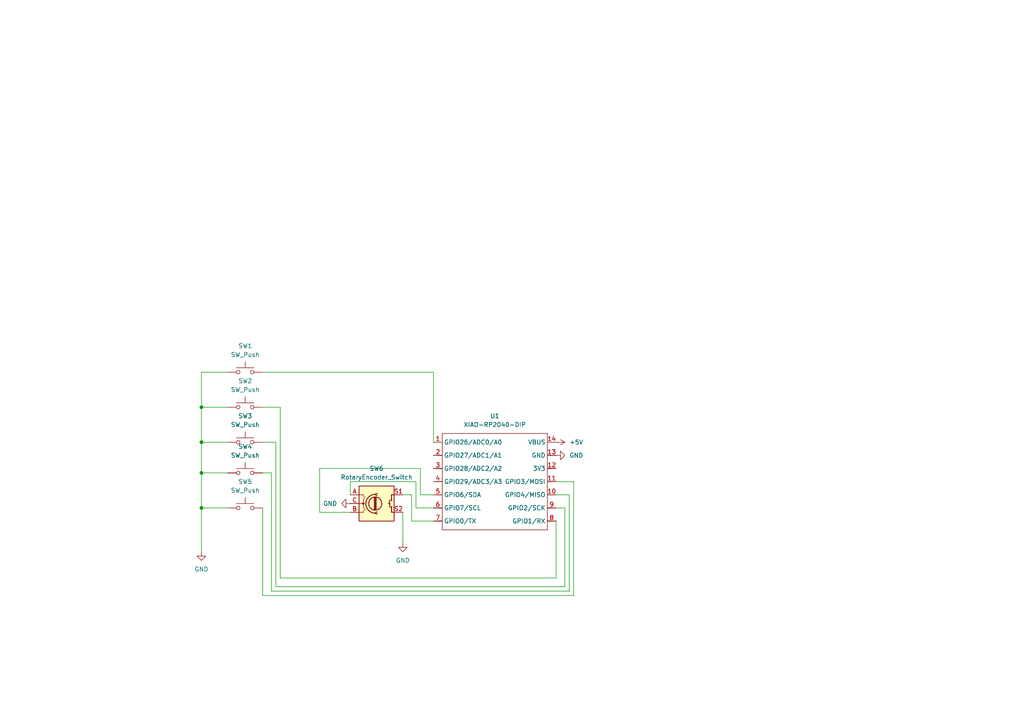
<source format=kicad_sch>
(kicad_sch (version 20231120) (generator "eeschema") (generator_version "8.0")
  (paper "A4")
  (lib_symbols
    (symbol "Device:RotaryEncoder_Switch" (pin_names (offset 0.254) hide)
      (property "Reference" "SW" (at 0 6.604 0))
      (property "Value" "RotaryEncoder_Switch" (at 0 -6.604 0))
      (symbol "RotaryEncoder_Switch_0_1"
        (rectangle (start -5.08 5.08) (end 5.08 -5.08) (stroke (width 0.254)) (fill (type background)))
        (circle (center -3.81 0) (radius 0.254) (fill (type outline)))
        (circle (center -0.381 0) (radius 1.905) (stroke (width 0.254)))
        (arc (start -0.381 2.667) (mid -3.0988 -0.0635) (end -0.381 -2.794) (stroke (width 0.254)))
        (polyline (pts (xy -0.635 -1.778) (xy -0.635 1.778)) (stroke (width 0.254)))
        (polyline (pts (xy -0.381 -1.778) (xy -0.381 1.778)) (stroke (width 0.254)))
        (polyline (pts (xy -0.127 1.778) (xy -0.127 -1.778)) (stroke (width 0.254)))
        (polyline (pts (xy 3.81 0) (xy 3.429 0)) (stroke (width 0.254)))
        (polyline (pts (xy 3.81 1.016) (xy 3.81 -1.016)) (stroke (width 0.254)))
        (polyline (pts (xy -5.08 -2.54) (xy -3.81 -2.54) (xy -3.81 -2.032)))
        (polyline (pts (xy -5.08 2.54) (xy -3.81 2.54) (xy -3.81 2.032)))
        (polyline (pts (xy 0.254 -3.048) (xy -0.508 -2.794) (xy 0.127 -2.413)) (stroke (width 0.254)))
        (polyline (pts (xy 0.254 2.921) (xy -0.508 2.667) (xy 0.127 2.286)) (stroke (width 0.254)))
        (polyline (pts (xy 5.08 -2.54) (xy 4.318 -2.54) (xy 4.318 -1.016)) (stroke (width 0.254)))
        (polyline (pts (xy 5.08 2.54) (xy 4.318 2.54) (xy 4.318 1.016)) (stroke (width 0.254)))
        (polyline (pts (xy -5.08 0) (xy -3.81 0) (xy -3.81 -1.016) (xy -3.302 -2.032)))
        (polyline (pts (xy -4.318 0) (xy -3.81 0) (xy -3.81 1.016) (xy -3.302 2.032)))
        (circle (center 4.318 -1.016) (radius 0.127) (stroke (width 0.254)))
        (circle (center 4.318 1.016) (radius 0.127) (stroke (width 0.254)))
      )
      (symbol "RotaryEncoder_Switch_1_1"
        (pin passive line (at -7.62 2.54 0) (length 2.54) (name "A") (number "A"))
        (pin passive line (at -7.62 -2.54 0) (length 2.54) (name "B") (number "B"))
        (pin passive line (at -7.62 0 0) (length 2.54) (name "C") (number "C"))
        (pin passive line (at 7.62 2.54 180) (length 2.54) (name "S1") (number "S1"))
        (pin passive line (at 7.62 -2.54 180) (length 2.54) (name "S2") (number "S2"))
      )
    )
    (symbol "OPL:XIAO-RP2040-DIP"
      (property "Reference" "U" (at 0 0 0))
      (property "Value" "XIAO-RP2040-DIP" (at 5.334 -1.778 0))
      (symbol "XIAO-RP2040-DIP_1_0"
        (polyline (pts (xy -1.27 -30.48) (xy -1.27 -16.51)) (stroke (width 0.1524)))
        (polyline (pts (xy -1.27 -27.94) (xy -2.54 -27.94)) (stroke (width 0.1524)))
        (polyline (pts (xy -1.27 -24.13) (xy -2.54 -24.13)) (stroke (width 0.1524)))
        (polyline (pts (xy -1.27 -20.32) (xy -2.54 -20.32)) (stroke (width 0.1524)))
        (polyline (pts (xy -1.27 -16.51) (xy -2.54 -16.51)) (stroke (width 0.1524)))
        (polyline (pts (xy -1.27 -16.51) (xy -1.27 -12.7)) (stroke (width 0.1524)))
        (polyline (pts (xy -1.27 -12.7) (xy -2.54 -12.7)) (stroke (width 0.1524)))
        (polyline (pts (xy -1.27 -12.7) (xy -1.27 -8.89)) (stroke (width 0.1524)))
        (polyline (pts (xy -1.27 -8.89) (xy -2.54 -8.89)) (stroke (width 0.1524)))
        (polyline (pts (xy -1.27 -8.89) (xy -1.27 -5.08)) (stroke (width 0.1524)))
        (polyline (pts (xy -1.27 -5.08) (xy -2.54 -5.08)) (stroke (width 0.1524)))
        (polyline (pts (xy -1.27 -5.08) (xy -1.27 -2.54)) (stroke (width 0.1524)))
        (polyline (pts (xy -1.27 -2.54) (xy 29.21 -2.54)) (stroke (width 0.1524)))
        (polyline (pts (xy 29.21 -30.48) (xy -1.27 -30.48)) (stroke (width 0.1524)))
        (polyline (pts (xy 29.21 -12.7) (xy 29.21 -30.48)) (stroke (width 0.1524)))
        (polyline (pts (xy 29.21 -8.89) (xy 29.21 -12.7)) (stroke (width 0.1524)))
        (polyline (pts (xy 29.21 -5.08) (xy 29.21 -8.89)) (stroke (width 0.1524)))
        (polyline (pts (xy 29.21 -2.54) (xy 29.21 -5.08)) (stroke (width 0.1524)))
        (polyline (pts (xy 30.48 -27.94) (xy 29.21 -27.94)) (stroke (width 0.1524)))
        (polyline (pts (xy 30.48 -24.13) (xy 29.21 -24.13)) (stroke (width 0.1524)))
        (polyline (pts (xy 30.48 -20.32) (xy 29.21 -20.32)) (stroke (width 0.1524)))
        (polyline (pts (xy 30.48 -16.51) (xy 29.21 -16.51)) (stroke (width 0.1524)))
        (polyline (pts (xy 30.48 -12.7) (xy 29.21 -12.7)) (stroke (width 0.1524)))
        (polyline (pts (xy 30.48 -8.89) (xy 29.21 -8.89)) (stroke (width 0.1524)))
        (polyline (pts (xy 30.48 -5.08) (xy 29.21 -5.08)) (stroke (width 0.1524)))
        (pin passive line (at -3.81 -5.08 0) (length 2.54) (name "GPIO26/ADC0/A0") (number "1"))
        (pin passive line (at 31.75 -20.32 180) (length 2.54) (name "GPIO4/MISO") (number "10"))
        (pin passive line (at 31.75 -16.51 180) (length 2.54) (name "GPIO3/MOSI") (number "11"))
        (pin passive line (at 31.75 -12.7 180) (length 2.54) (name "3V3") (number "12"))
        (pin passive line (at 31.75 -8.89 180) (length 2.54) (name "GND") (number "13"))
        (pin passive line (at 31.75 -5.08 180) (length 2.54) (name "VBUS") (number "14"))
        (pin passive line (at -3.81 -8.89 0) (length 2.54) (name "GPIO27/ADC1/A1") (number "2"))
        (pin passive line (at -3.81 -12.7 0) (length 2.54) (name "GPIO28/ADC2/A2") (number "3"))
        (pin passive line (at -3.81 -16.51 0) (length 2.54) (name "GPIO29/ADC3/A3") (number "4"))
        (pin passive line (at -3.81 -20.32 0) (length 2.54) (name "GPIO6/SDA") (number "5"))
        (pin passive line (at -3.81 -24.13 0) (length 2.54) (name "GPIO7/SCL") (number "6"))
        (pin passive line (at -3.81 -27.94 0) (length 2.54) (name "GPIO0/TX") (number "7"))
        (pin passive line (at 31.75 -27.94 180) (length 2.54) (name "GPIO1/RX") (number "8"))
        (pin passive line (at 31.75 -24.13 180) (length 2.54) (name "GPIO2/SCK") (number "9"))
      )
    )
    (symbol "Switch:SW_Push" (pin_numbers hide) (pin_names (offset 1.016) hide)
      (property "Reference" "SW" (at 1.27 2.54 0))
      (property "Value" "SW_Push" (at 0 -1.524 0))
      (symbol "SW_Push_0_1"
        (circle (center -2.032 0) (radius 0.508))
        (polyline (pts (xy 0 1.27) (xy 0 3.048)))
        (polyline (pts (xy 2.54 1.27) (xy -2.54 1.27)))
        (circle (center 2.032 0) (radius 0.508))
        (pin passive line (at -5.08 0 0) (length 2.54) (name "1") (number "1"))
        (pin passive line (at 5.08 0 180) (length 2.54) (name "2") (number "2"))
      )
    )
    (symbol "power:+5V" (power) (pin_numbers hide) (pin_names (offset 0) hide)
      (property "Value" "+5V" (at 0 3.556 0))
      (symbol "+5V_0_1"
        (polyline (pts (xy -0.762 1.27) (xy 0 2.54)))
        (polyline (pts (xy 0 0) (xy 0 2.54)))
        (polyline (pts (xy 0 2.54) (xy 0.762 1.27)))
      )
      (symbol "+5V_1_1"
        (pin power_in line (at 0 0 90) (length 0) (name "~") (number "1"))
      )
    )
    (symbol "power:GND" (power) (pin_numbers hide) (pin_names (offset 0) hide)
      (property "Value" "GND" (at 0 -3.81 0))
      (symbol "GND_0_1"
        (polyline (pts (xy 0 0) (xy 0 -1.27) (xy 1.27 -1.27) (xy 0 -2.54) (xy -1.27 -1.27) (xy 0 -1.27)))
      )
      (symbol "GND_1_1"
        (pin power_in line (at 0 0 270) (length 0) (name "~") (number "1"))
      )
    )
  )
  (junction (at 58.42 118.11))
  (junction (at 58.42 147.32))
  (junction (at 58.42 137.16))
  (junction (at 58.42 128.27))
  (wire (pts (xy 76.2 107.95) (xy 125.73 107.95)))
  (wire (pts (xy 125.73 107.95) (xy 125.73 128.27)))
  (wire (pts (xy 101.6 148.59) (xy 92.71 148.59)))
  (wire (pts (xy 58.42 128.27) (xy 66.04 128.27)))
  (wire (pts (xy 120.65 147.32) (xy 125.73 147.32)))
  (wire (pts (xy 161.29 167.64) (xy 161.29 151.13)))
  (wire (pts (xy 116.84 148.59) (xy 116.84 157.48)))
  (wire (pts (xy 119.38 151.13) (xy 125.73 151.13)))
  (wire (pts (xy 161.29 147.32) (xy 163.83 147.32)))
  (wire (pts (xy 58.42 147.32) (xy 58.42 137.16)))
  (wire (pts (xy 165.1 143.51) (xy 161.29 143.51)))
  (wire (pts (xy 76.2 172.72) (xy 166.37 172.72)))
  (wire (pts (xy 81.28 118.11) (xy 81.28 167.64)))
  (wire (pts (xy 58.42 118.11) (xy 58.42 128.27)))
  (wire (pts (xy 121.92 135.89) (xy 121.92 143.51)))
  (wire (pts (xy 101.6 139.7) (xy 120.65 139.7)))
  (wire (pts (xy 81.28 167.64) (xy 161.29 167.64)))
  (wire (pts (xy 76.2 147.32) (xy 76.2 172.72)))
  (wire (pts (xy 163.83 170.18) (xy 163.83 147.32)))
  (wire (pts (xy 76.2 118.11) (xy 81.28 118.11)))
  (wire (pts (xy 76.2 128.27) (xy 80.01 128.27)))
  (wire (pts (xy 76.2 137.16) (xy 78.74 137.16)))
  (wire (pts (xy 80.01 170.18) (xy 163.83 170.18)))
  (wire (pts (xy 58.42 128.27) (xy 58.42 137.16)))
  (wire (pts (xy 120.65 139.7) (xy 120.65 147.32)))
  (wire (pts (xy 58.42 118.11) (xy 66.04 118.11)))
  (wire (pts (xy 58.42 137.16) (xy 66.04 137.16)))
  (wire (pts (xy 165.1 171.45) (xy 165.1 143.51)))
  (wire (pts (xy 58.42 107.95) (xy 58.42 118.11)))
  (wire (pts (xy 166.37 139.7) (xy 161.29 139.7)))
  (wire (pts (xy 166.37 172.72) (xy 166.37 139.7)))
  (wire (pts (xy 78.74 137.16) (xy 78.74 171.45)))
  (wire (pts (xy 119.38 143.51) (xy 119.38 151.13)))
  (wire (pts (xy 121.92 143.51) (xy 125.73 143.51)))
  (wire (pts (xy 101.6 143.51) (xy 101.6 139.7)))
  (wire (pts (xy 92.71 135.89) (xy 121.92 135.89)))
  (wire (pts (xy 78.74 171.45) (xy 165.1 171.45)))
  (wire (pts (xy 92.71 148.59) (xy 92.71 135.89)))
  (wire (pts (xy 66.04 147.32) (xy 58.42 147.32)))
  (wire (pts (xy 58.42 147.32) (xy 58.42 160.02)))
  (wire (pts (xy 66.04 107.95) (xy 58.42 107.95)))
  (wire (pts (xy 80.01 128.27) (xy 80.01 170.18)))
  (wire (pts (xy 116.84 143.51) (xy 119.38 143.51)))
  (symbol (lib_id "power:+5V") (at 161.29 128.27 270) (unit 1)
    (property "Reference" "#PWR01" (effects (hide yes)))
    (property "Value" "+5V" (at 165.1 128.2699 90) (effects (justify left)))
    (property "Description" "Power symbol creates a global label with name \"+5V\"" (effects (hide yes)))
  )
  (symbol (lib_id "Device:RotaryEncoder_Switch") (at 109.22 146.05 0) (unit 1)
    (property "Reference" "SW6" (at 109.22 135.89 0))
    (property "Value" "RotaryEncoder_Switch" (at 109.22 138.43 0))
    (property "Footprint" "Rotary_Encoder:RotaryEncoder_Alps_EC11E-Switch_Vertical_H20mm_CircularMountingHoles" (effects (hide yes)))
    (property "Description" "Rotary encoder, dual channel, incremental quadrate outputs, with switch" (effects (hide yes)))
  )
  (symbol (lib_id "power:GND") (at 161.29 132.08 90) (unit 1)
    (property "Reference" "#PWR02" (effects (hide yes)))
    (property "Value" "GND" (at 165.1 132.0799 90) (effects (justify right)))
    (property "Description" "Power symbol creates a global label with name \"GND\" , ground" (effects (hide yes)))
  )
  (symbol (lib_id "Switch:SW_Push") (at 71.12 147.32 0) (unit 1)
    (property "Reference" "SW5" (at 71.12 139.7 0))
    (property "Value" "SW_Push" (at 71.12 142.24 0))
    (property "Footprint" "Button_Switch_Keyboard:SW_Cherry_MX_1.00u_PCB" (effects (hide yes)))
    (property "Description" "Push button switch, generic, two pins" (effects (hide yes)))
  )
  (symbol (lib_id "power:GND") (at 101.6 146.05 270) (unit 1)
    (property "Reference" "#PWR05" (effects (hide yes)))
    (property "Value" "GND" (at 97.79 146.0499 90) (effects (justify right)))
    (property "Description" "Power symbol creates a global label with name \"GND\" , ground" (effects (hide yes)))
  )
  (symbol (lib_id "power:GND") (at 116.84 157.48 0) (unit 1)
    (property "Reference" "#PWR04" (effects (hide yes)))
    (property "Value" "GND" (at 116.84 162.56 0))
    (property "Description" "Power symbol creates a global label with name \"GND\" , ground" (effects (hide yes)))
  )
  (symbol (lib_id "Switch:SW_Push") (at 71.12 107.95 0) (unit 1)
    (property "Reference" "SW1" (at 71.12 100.33 0))
    (property "Value" "SW_Push" (at 71.12 102.87 0))
    (property "Footprint" "Button_Switch_Keyboard:SW_Cherry_MX_1.00u_PCB" (effects (hide yes)))
    (property "Description" "Push button switch, generic, two pins" (effects (hide yes)))
  )
  (symbol (lib_id "power:GND") (at 58.42 160.02 0) (unit 1)
    (property "Reference" "#PWR03" (effects (hide yes)))
    (property "Value" "GND" (at 58.42 165.1 0))
    (property "Description" "Power symbol creates a global label with name \"GND\" , ground" (effects (hide yes)))
  )
  (symbol (lib_id "Switch:SW_Push") (at 71.12 118.11 0) (unit 1)
    (property "Reference" "SW2" (at 71.12 110.49 0))
    (property "Value" "SW_Push" (at 71.12 113.03 0))
    (property "Footprint" "Button_Switch_Keyboard:SW_Cherry_MX_1.00u_PCB" (effects (hide yes)))
    (property "Description" "Push button switch, generic, two pins" (effects (hide yes)))
  )
  (symbol (lib_id "Switch:SW_Push") (at 71.12 128.27 0) (unit 1)
    (property "Reference" "SW3" (at 71.12 120.65 0))
    (property "Value" "SW_Push" (at 71.12 123.19 0))
    (property "Footprint" "Button_Switch_Keyboard:SW_Cherry_MX_1.00u_PCB" (effects (hide yes)))
    (property "Description" "Push button switch, generic, two pins" (effects (hide yes)))
  )
  (symbol (lib_id "OPL:XIAO-RP2040-DIP") (at 129.54 123.19 0) (unit 1)
    (property "Reference" "U1" (at 143.51 120.65 0))
    (property "Value" "XIAO-RP2040-DIP" (at 143.51 123.19 0))
    (property "Footprint" "OPL:XIAO-RP2040-DIP" (effects (hide yes)))
  )
  (symbol (lib_id "Switch:SW_Push") (at 71.12 137.16 0) (unit 1)
    (property "Reference" "SW4" (at 71.12 129.54 0))
    (property "Value" "SW_Push" (at 71.12 132.08 0))
    (property "Footprint" "Button_Switch_Keyboard:SW_Cherry_MX_1.00u_PCB" (effects (hide yes)))
    (property "Description" "Push button switch, generic, two pins" (effects (hide yes)))
  )
)
</source>
